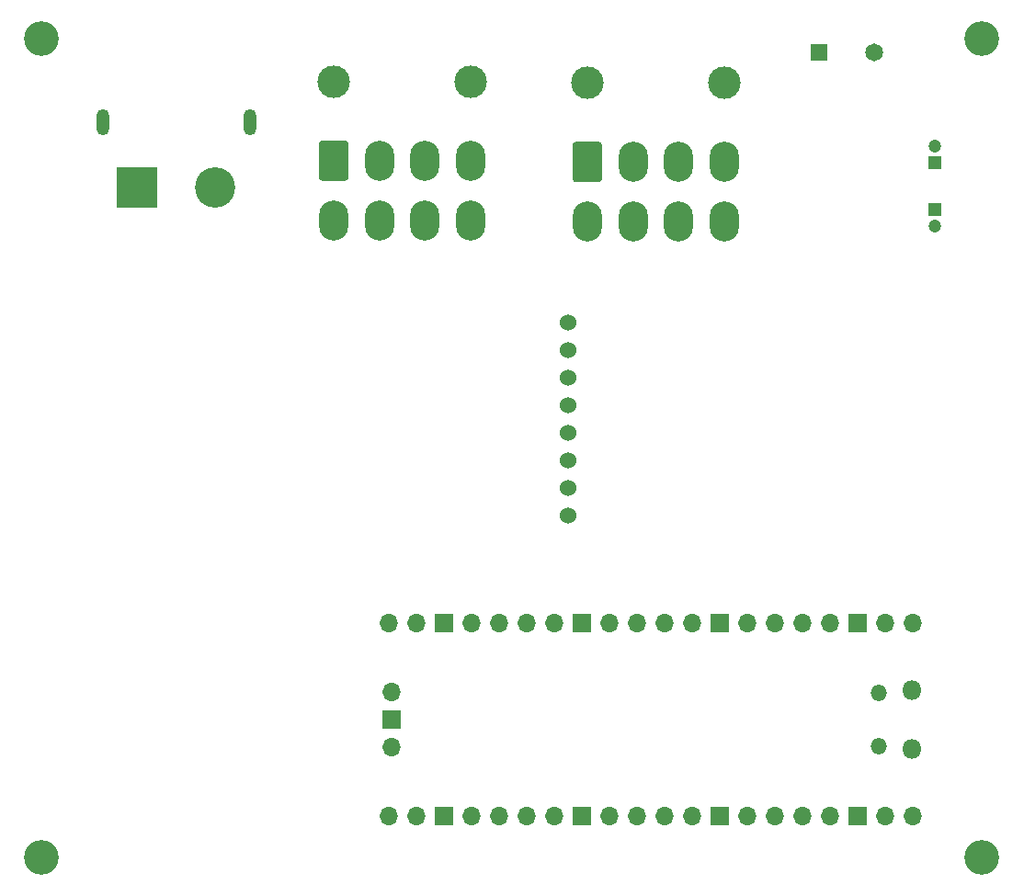
<source format=gbr>
%TF.GenerationSoftware,KiCad,Pcbnew,(5.1.10-1-10_14)*%
%TF.CreationDate,2021-10-18T16:54:11-04:00*%
%TF.ProjectId,ISAAC,49534141-432e-46b6-9963-61645f706362,rev?*%
%TF.SameCoordinates,Original*%
%TF.FileFunction,Soldermask,Bot*%
%TF.FilePolarity,Negative*%
%FSLAX46Y46*%
G04 Gerber Fmt 4.6, Leading zero omitted, Abs format (unit mm)*
G04 Created by KiCad (PCBNEW (5.1.10-1-10_14)) date 2021-10-18 16:54:11*
%MOMM*%
%LPD*%
G01*
G04 APERTURE LIST*
%ADD10C,3.200000*%
%ADD11C,1.200000*%
%ADD12R,1.200000X1.200000*%
%ADD13O,1.700000X1.700000*%
%ADD14R,1.700000X1.700000*%
%ADD15O,1.500000X1.500000*%
%ADD16O,1.800000X1.800000*%
%ADD17C,1.524000*%
%ADD18O,1.200000X2.400000*%
%ADD19C,3.716000*%
%ADD20R,3.716000X3.716000*%
%ADD21C,1.650000*%
%ADD22R,1.650000X1.650000*%
%ADD23C,3.000000*%
%ADD24O,2.700000X3.700000*%
G04 APERTURE END LIST*
D10*
%TO.C,H4*%
X159512000Y-123698000D03*
%TD*%
%TO.C,H3*%
X72898000Y-48260000D03*
%TD*%
%TO.C,H2*%
X159512000Y-48260000D03*
%TD*%
%TO.C,H1*%
X72898000Y-123698000D03*
%TD*%
D11*
%TO.C,C2*%
X155194000Y-58190000D03*
D12*
X155194000Y-59690000D03*
%TD*%
D11*
%TO.C,C1*%
X155194000Y-65508000D03*
D12*
X155194000Y-64008000D03*
%TD*%
D13*
%TO.C,e1*%
X105132000Y-113538000D03*
D14*
X105132000Y-110998000D03*
D13*
X105132000Y-108458000D03*
D15*
X150002000Y-113423000D03*
X150002000Y-108573000D03*
D16*
X153032000Y-113723000D03*
X153032000Y-108273000D03*
D13*
X153162000Y-119888000D03*
X150622000Y-119888000D03*
D14*
X148082000Y-119888000D03*
D13*
X145542000Y-119888000D03*
X143002000Y-119888000D03*
X140462000Y-119888000D03*
X137922000Y-119888000D03*
D14*
X135382000Y-119888000D03*
D13*
X132842000Y-119888000D03*
X130302000Y-119888000D03*
X127762000Y-119888000D03*
X125222000Y-119888000D03*
D14*
X122682000Y-119888000D03*
D13*
X120142000Y-119888000D03*
X117602000Y-119888000D03*
X115062000Y-119888000D03*
X112522000Y-119888000D03*
D14*
X109982000Y-119888000D03*
D13*
X107442000Y-119888000D03*
X104902000Y-119888000D03*
X104902000Y-102108000D03*
X107442000Y-102108000D03*
D14*
X109982000Y-102108000D03*
D13*
X112522000Y-102108000D03*
X115062000Y-102108000D03*
X117602000Y-102108000D03*
X120142000Y-102108000D03*
D14*
X122682000Y-102108000D03*
D13*
X125222000Y-102108000D03*
X127762000Y-102108000D03*
X130302000Y-102108000D03*
X132842000Y-102108000D03*
D14*
X135382000Y-102108000D03*
D13*
X137922000Y-102108000D03*
X140462000Y-102108000D03*
X143002000Y-102108000D03*
X145542000Y-102108000D03*
D14*
X148082000Y-102108000D03*
D13*
X150622000Y-102108000D03*
X153162000Y-102108000D03*
%TD*%
D17*
%TO.C,U6*%
X121412000Y-74422000D03*
X121412000Y-76962000D03*
X121412000Y-79502000D03*
X121412000Y-82042000D03*
X121412000Y-84582000D03*
X121412000Y-87122000D03*
X121412000Y-89662000D03*
X121412000Y-92202000D03*
%TD*%
D18*
%TO.C,J4*%
X92043200Y-55981600D03*
X78543200Y-55981600D03*
D19*
X88893200Y-61981600D03*
D20*
X81693200Y-61981600D03*
%TD*%
D21*
%TO.C,J3*%
X149606000Y-49530000D03*
D22*
X144526000Y-49530000D03*
%TD*%
D23*
%TO.C,J2*%
X135746600Y-52339200D03*
X123146600Y-52339200D03*
D24*
X135746600Y-65139200D03*
X131546600Y-65139200D03*
X127346600Y-65139200D03*
X123146600Y-65139200D03*
X135746600Y-59639200D03*
X131546600Y-59639200D03*
X127346600Y-59639200D03*
G36*
G01*
X121796600Y-61239199D02*
X121796600Y-58039201D01*
G75*
G02*
X122046601Y-57789200I250001J0D01*
G01*
X124246599Y-57789200D01*
G75*
G02*
X124496600Y-58039201I0J-250001D01*
G01*
X124496600Y-61239199D01*
G75*
G02*
X124246599Y-61489200I-250001J0D01*
G01*
X122046601Y-61489200D01*
G75*
G02*
X121796600Y-61239199I0J250001D01*
G01*
G37*
%TD*%
D23*
%TO.C,J1*%
X112378600Y-52212200D03*
X99778600Y-52212200D03*
D24*
X112378600Y-65012200D03*
X108178600Y-65012200D03*
X103978600Y-65012200D03*
X99778600Y-65012200D03*
X112378600Y-59512200D03*
X108178600Y-59512200D03*
X103978600Y-59512200D03*
G36*
G01*
X98428600Y-61112199D02*
X98428600Y-57912201D01*
G75*
G02*
X98678601Y-57662200I250001J0D01*
G01*
X100878599Y-57662200D01*
G75*
G02*
X101128600Y-57912201I0J-250001D01*
G01*
X101128600Y-61112199D01*
G75*
G02*
X100878599Y-61362200I-250001J0D01*
G01*
X98678601Y-61362200D01*
G75*
G02*
X98428600Y-61112199I0J250001D01*
G01*
G37*
%TD*%
M02*

</source>
